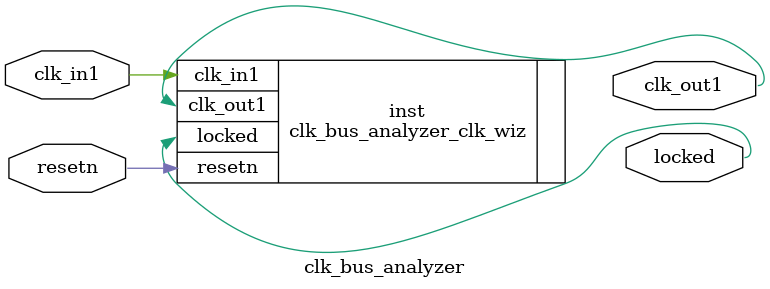
<source format=v>


`timescale 1ps/1ps

(* CORE_GENERATION_INFO = "clk_bus_analyzer,clk_wiz_v5_4_2_0,{component_name=clk_bus_analyzer,use_phase_alignment=true,use_min_o_jitter=false,use_max_i_jitter=false,use_dyn_phase_shift=false,use_inclk_switchover=false,use_dyn_reconfig=false,enable_axi=0,feedback_source=FDBK_AUTO,PRIMITIVE=MMCM,num_out_clk=1,clkin1_period=10.000,clkin2_period=10.000,use_power_down=false,use_reset=true,use_locked=true,use_inclk_stopped=false,feedback_type=SINGLE,CLOCK_MGR_TYPE=NA,manual_override=false}" *)

module clk_bus_analyzer 
 (
  // Clock out ports
  output        clk_out1,
  // Status and control signals
  input         resetn,
  output        locked,
 // Clock in ports
  input         clk_in1
 );

  clk_bus_analyzer_clk_wiz inst
  (
  // Clock out ports  
  .clk_out1(clk_out1),
  // Status and control signals               
  .resetn(resetn), 
  .locked(locked),
 // Clock in ports
  .clk_in1(clk_in1)
  );

endmodule

</source>
